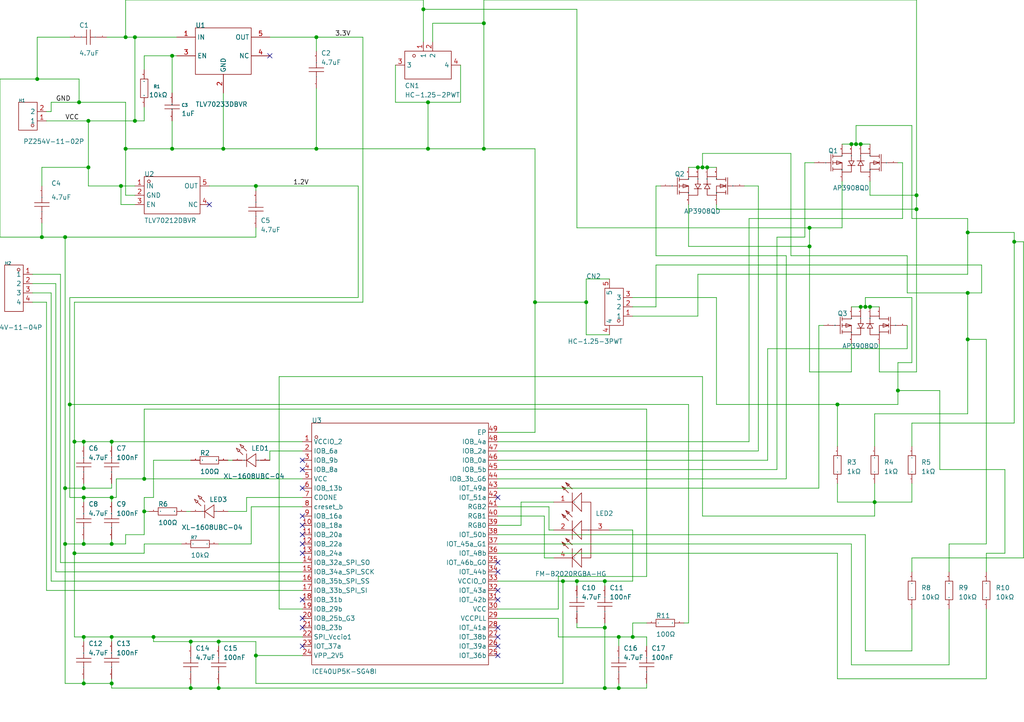
<source format=kicad_sch>
(kicad_sch (version 20250114) (generator "eeschema") (generator_version "9.0")
  (paper "User" 279.552 197.231)
  (lib_symbols
    (symbol "ProPrj_202-easyedapro:0402WGJ0103TCE"
      (property "Reference" "R" (at 0 0 0))
      (symbol "0402WGJ0103TCE_1_0"
        (pin input line (at -5.08 0 0) (length 2.54) (name "1") (number "1"))
        (pin input line (at 5.08 0 180) (length 2.54) (name "2") (number "2"))
      )
    )
    (symbol "ProPrj_202-easyedapro:0603WAF1001T5E"
      (property "Reference" "R" (at 0 0 0))
      (symbol "0603WAF1001T5E_1_0"
        (pin input line (at -5.08 0 0) (length 2.54) (name "1") (number "1"))
        (pin input line (at 5.08 0 180) (length 2.54) (name "2") (number "2"))
      )
    )
    (symbol "ProPrj_202-easyedapro:AP3908QD"
      (property "Reference" "Q" (at 0 0 0))
      (symbol "AP3908QD_1_0"
        (pin unspecified line (at -12.7 0 0) (length 2.54) (name "G") (number "4"))
        (pin unspecified line (at -5.08 5.08 270) (length 2.54) (name "D") (number "5"))
        (pin unspecified line (at -5.08 -5.08 90) (length 2.54) (name "S") (number "3"))
        (pin unspecified line (at -2.54 5.08 270) (length 2.54) (name "D") (number "6"))
        (pin unspecified line (at 0 5.08 270) (length 2.54) (name "D") (number "7"))
        (pin unspecified line (at 2.54 5.08 270) (length 2.54) (name "D") (number "8"))
        (pin unspecified line (at 2.54 -5.08 90) (length 2.54) (name "S") (number "1"))
        (pin unspecified line (at 10.16 0 180) (length 2.54) (name "G") (number "2"))
      )
    )
    (symbol "ProPrj_202-easyedapro:CL05A105KO5NNNC"
      (property "Reference" "C" (at 0 0 0))
      (symbol "CL05A105KO5NNNC_1_0"
        (pin input line (at -3.81 0 0) (length 2.54) (name "1") (number "1"))
        (pin input line (at 3.81 0 180) (length 2.54) (name "2") (number "2"))
      )
    )
    (symbol "ProPrj_202-easyedapro:CL05A475MQ5NRNC_C307423"
      (property "Reference" "C" (at 0 0 0))
      (symbol "CL05A475MQ5NRNC_C307423_1_0"
        (pin unspecified line (at 0 5.08 270) (length 2.54) (name "2") (number "2"))
        (pin unspecified line (at 0 -5.08 90) (length 2.54) (name "1") (number "1"))
      )
    )
    (symbol "ProPrj_202-easyedapro:CL05B104KO5NNNC"
      (property "Reference" "C" (at 0 0 0))
      (symbol "CL05B104KO5NNNC_1_0"
        (pin unspecified line (at -5.08 0 0) (length 2.54) (name "1") (number "1"))
        (pin unspecified line (at 5.08 0 180) (length 2.54) (name "2") (number "2"))
      )
    )
    (symbol "ProPrj_202-easyedapro:FM-B2020RGBA-HG"
      (property "Reference" "LED" (at 0 0 0))
      (symbol "FM-B2020RGBA-HG_1_0"
        (pin unspecified line (at -7.62 0 0) (length 5.08) (name "A") (number "3"))
        (pin unspecified line (at 7.62 7.62 180) (length 5.08) (name "K") (number "1"))
        (pin unspecified line (at 7.62 0 180) (length 5.08) (name "K") (number "2"))
        (pin unspecified line (at 7.62 -7.62 180) (length 5.08) (name "K") (number "4"))
      )
    )
    (symbol "ProPrj_202-easyedapro:HC-1.25-2PWT"
      (property "Reference" "CN" (at 0 0 0))
      (symbol "HC-1.25-2PWT_1_0"
        (pin unspecified line (at -5.08 1.27 0) (length 2.54) (name "2") (number "2"))
        (pin unspecified line (at -5.08 -1.27 0) (length 2.54) (name "1") (number "1"))
        (pin unspecified line (at 1.27 8.89 270) (length 2.54) (name "4") (number "4"))
        (pin unspecified line (at 1.27 -8.89 90) (length 2.54) (name "3") (number "3"))
      )
    )
    (symbol "ProPrj_202-easyedapro:HC-1.25-3PWT"
      (property "Reference" "CN" (at 0 0 0))
      (symbol "HC-1.25-3PWT_1_0"
        (pin unspecified line (at -3.81 2.54 0) (length 2.54) (name "1") (number "1"))
        (pin unspecified line (at -3.81 0 0) (length 2.54) (name "2") (number "2"))
        (pin unspecified line (at -3.81 -2.54 0) (length 2.54) (name "3") (number "3"))
        (pin unspecified line (at 2.54 7.62 270) (length 2.54) (name "4") (number "4"))
        (pin unspecified line (at 2.54 -7.62 90) (length 2.54) (name "5") (number "5"))
      )
    )
    (symbol "ProPrj_202-easyedapro:ICE40UP5K-SG48I"
      (property "Reference" "U" (at 0 0 0))
      (symbol "ICE40UP5K-SG48I_1_0"
        (pin unspecified line (at -26.67 29.21 0) (length 2.54) (name "VCCIO_2") (number "1"))
        (pin unspecified line (at -26.67 26.67 0) (length 2.54) (name "IOB_6a") (number "2"))
        (pin unspecified line (at -26.67 24.13 0) (length 2.54) (name "IOB_9b") (number "3"))
        (pin unspecified line (at -26.67 21.59 0) (length 2.54) (name "IOB_8a") (number "4"))
        (pin unspecified line (at -26.67 19.05 0) (length 2.54) (name "VCC") (number "5"))
        (pin unspecified line (at -26.67 16.51 0) (length 2.54) (name "IOB_13b") (number "6"))
        (pin unspecified line (at -26.67 13.97 0) (length 2.54) (name "CDONE") (number "7"))
        (pin unspecified line (at -26.67 11.43 0) (length 2.54) (name "creset_b") (number "8"))
        (pin unspecified line (at -26.67 8.89 0) (length 2.54) (name "IOB_16a") (number "9"))
        (pin unspecified line (at -26.67 6.35 0) (length 2.54) (name "IOB_18a") (number "10"))
        (pin unspecified line (at -26.67 3.81 0) (length 2.54) (name "IOB_20a") (number "11"))
        (pin unspecified line (at -26.67 1.27 0) (length 2.54) (name "IOB_22a") (number "12"))
        (pin unspecified line (at -26.67 -1.27 0) (length 2.54) (name "IOB_24a") (number "13"))
        (pin unspecified line (at -26.67 -3.81 0) (length 2.54) (name "IOB_32a_SPI_SO") (number "14"))
        (pin unspecified line (at -26.67 -6.35 0) (length 2.54) (name "IOB_34a_SPI_SCK") (number "15"))
        (pin unspecified line (at -26.67 -8.89 0) (length 2.54) (name "IOB_35b_SPI_SS") (number "16"))
        (pin unspecified line (at -26.67 -11.43 0) (length 2.54) (name "IOB_33b_SPI_SI") (number "17"))
        (pin unspecified line (at -26.67 -13.97 0) (length 2.54) (name "IOB_31b") (number "18"))
        (pin unspecified line (at -26.67 -16.51 0) (length 2.54) (name "IOB_29b") (number "19"))
        (pin unspecified line (at -26.67 -19.05 0) (length 2.54) (name "IOB_25b_G3") (number "20"))
        (pin unspecified line (at -26.67 -21.59 0) (length 2.54) (name "IOB_23b") (number "21"))
        (pin unspecified line (at -26.67 -24.13 0) (length 2.54) (name "SPI_Vccio1") (number "22"))
        (pin unspecified line (at -26.67 -26.67 0) (length 2.54) (name "IOT_37a") (number "23"))
        (pin unspecified line (at -26.67 -29.21 0) (length 2.54) (name "VPP_2V5") (number "24"))
        (pin unspecified line (at 26.67 31.75 180) (length 2.54) (name "EP") (number "49"))
        (pin unspecified line (at 26.67 29.21 180) (length 2.54) (name "IOB_4a") (number "48"))
        (pin unspecified line (at 26.67 26.67 180) (length 2.54) (name "IOB_2a") (number "47"))
        (pin unspecified line (at 26.67 24.13 180) (length 2.54) (name "IOB_0a") (number "46"))
        (pin unspecified line (at 26.67 21.59 180) (length 2.54) (name "IOB_5b") (number "45"))
        (pin unspecified line (at 26.67 19.05 180) (length 2.54) (name "IOB_3b_G6") (number "44"))
        (pin unspecified line (at 26.67 16.51 180) (length 2.54) (name "IOT_49a") (number "43"))
        (pin unspecified line (at 26.67 13.97 180) (length 2.54) (name "IOT_51a") (number "42"))
        (pin unspecified line (at 26.67 11.43 180) (length 2.54) (name "RGB2") (number "41"))
        (pin unspecified line (at 26.67 8.89 180) (length 2.54) (name "RGB1") (number "40"))
        (pin unspecified line (at 26.67 6.35 180) (length 2.54) (name "RGB0") (number "39"))
        (pin unspecified line (at 26.67 3.81 180) (length 2.54) (name "IOT_50b") (number "38"))
        (pin unspecified line (at 26.67 1.27 180) (length 2.54) (name "IOT_45a_G1") (number "37"))
        (pin unspecified line (at 26.67 -1.27 180) (length 2.54) (name "IOT_48b") (number "36"))
        (pin unspecified line (at 26.67 -3.81 180) (length 2.54) (name "IOT_46b_G0") (number "35"))
        (pin unspecified line (at 26.67 -6.35 180) (length 2.54) (name "IOT_44b") (number "34"))
        (pin unspecified line (at 26.67 -8.89 180) (length 2.54) (name "VCCIO_0") (number "33"))
        (pin unspecified line (at 26.67 -11.43 180) (length 2.54) (name "IOT_43a") (number "32"))
        (pin unspecified line (at 26.67 -13.97 180) (length 2.54) (name "IOT_42b") (number "31"))
        (pin unspecified line (at 26.67 -16.51 180) (length 2.54) (name "VCC") (number "30"))
        (pin unspecified line (at 26.67 -19.05 180) (length 2.54) (name "VCCPLL") (number "29"))
        (pin unspecified line (at 26.67 -21.59 180) (length 2.54) (name "IOT_41a") (number "28"))
        (pin unspecified line (at 26.67 -24.13 180) (length 2.54) (name "IOT_38b") (number "27"))
        (pin unspecified line (at 26.67 -26.67 180) (length 2.54) (name "IOT_39a") (number "26"))
        (pin unspecified line (at 26.67 -29.21 180) (length 2.54) (name "IOT_36b") (number "25"))
      )
    )
    (symbol "ProPrj_202-easyedapro:PZ254V-11-02P"
      (property "Reference" "H" (at 0 0 0))
      (symbol "PZ254V-11-02P_1_0"
        (pin input line (at -5.08 1.27 0) (length 2.54) (name "1") (number "1"))
        (pin input line (at -5.08 -1.27 0) (length 2.54) (name "2") (number "2"))
      )
    )
    (symbol "ProPrj_202-easyedapro:PZ254V-11-04P_C2691448"
      (property "Reference" "H" (at 0 0 0))
      (symbol "PZ254V-11-04P_C2691448_1_0"
        (pin input line (at -5.08 3.81 0) (length 2.54) (name "1") (number "1"))
        (pin input line (at -5.08 1.27 0) (length 2.54) (name "2") (number "2"))
        (pin input line (at -5.08 -1.27 0) (length 2.54) (name "3") (number "3"))
        (pin input line (at -5.08 -3.81 0) (length 2.54) (name "4") (number "4"))
      )
    )
    (symbol "ProPrj_202-easyedapro:RC0402FR-07100RL"
      (property "Reference" "R" (at 0 0 0))
      (symbol "RC0402FR-07100RL_1_0"
        (pin input line (at -5.08 0 0) (length 2.54) (name "1") (number "1"))
        (pin input line (at 5.08 0 180) (length 2.54) (name "2") (number "2"))
      )
    )
    (symbol "ProPrj_202-easyedapro:RC0603FR-0710KL"
      (property "Reference" "R" (at 0 0 0))
      (symbol "RC0603FR-0710KL_1_0"
        (pin input line (at -5.08 0 0) (length 2.54) (name "1") (number "1"))
        (pin input line (at 5.08 0 180) (length 2.54) (name "2") (number "2"))
      )
    )
    (symbol "ProPrj_202-easyedapro:TLV70212DBVR"
      (property "Reference" "U" (at 0 0 0))
      (symbol "TLV70212DBVR_1_0"
        (pin unspecified line (at -10.16 2.54 0) (length 2.54) (name "IN") (number "1"))
        (pin unspecified line (at -10.16 0 0) (length 2.54) (name "GND") (number "2"))
        (pin unspecified line (at -10.16 -2.54 0) (length 2.54) (name "EN") (number "3"))
        (pin unspecified line (at 10.16 2.54 180) (length 2.54) (name "OUT") (number "5"))
        (pin unspecified line (at 10.16 -2.54 180) (length 2.54) (name "NC") (number "4"))
      )
    )
    (symbol "ProPrj_202-easyedapro:TLV70233DBVR"
      (property "Reference" "U" (at 0 0 0))
      (symbol "TLV70233DBVR_1_0"
        (pin unspecified line (at -12.7 6.35 0) (length 5.08) (name "IN") (number "1"))
        (pin unspecified line (at -12.7 1.27 0) (length 5.08) (name "EN") (number "3"))
        (pin unspecified line (at 0 -8.89 90) (length 5.08) (name "GND") (number "2"))
        (pin unspecified line (at 12.7 6.35 180) (length 5.08) (name "OUT") (number "5"))
        (pin unspecified line (at 12.7 1.27 180) (length 5.08) (name "NC") (number "4"))
      )
    )
    (symbol "ProPrj_202-easyedapro:XL-1608UBC-04"
      (property "Reference" "LED" (at 0 0 0))
      (symbol "XL-1608UBC-04_1_0"
        (pin unspecified line (at -5.08 0 0) (length 2.54) (name "K") (number "1"))
        (pin unspecified line (at 5.08 0 180) (length 2.54) (name "A") (number "2"))
      )
    )
  )
  (junction (at 86.36 40.64))
  (junction (at 11.43 64.77))
  (junction (at 19.05 110.49))
  (junction (at 60.96 40.64))
  (junction (at 245.11 106.68))
  (junction (at 34.29 40.64))
  (junction (at 172.72 173.99))
  (junction (at 234.95 83.82))
  (junction (at 69.85 50.8))
  (junction (at 228.6 110.49))
  (junction (at 116.84 27.94))
  (junction (at 39.37 139.7))
  (junction (at 264.16 80.01))
  (junction (at 237.49 83.82))
  (junction (at 17.78 133.35))
  (junction (at 41.91 173.99))
  (junction (at 276.86 66.04))
  (junction (at 234.95 39.37))
  (junction (at 17.78 64.77))
  (junction (at 30.48 120.65))
  (junction (at 22.86 133.35))
  (junction (at 220.98 62.23))
  (junction (at 24.13 45.72))
  (junction (at 30.48 148.59))
  (junction (at 116.84 40.64))
  (junction (at 264.16 63.5))
  (junction (at 22.86 186.69))
  (junction (at 190.5 45.72))
  (junction (at 168.91 187.96))
  (junction (at 238.76 137.16))
  (junction (at 46.99 15.24))
  (junction (at 20.32 151.13))
  (junction (at 191.77 45.72))
  (junction (at 168.91 173.99))
  (junction (at 220.98 67.31))
  (junction (at 153.67 158.75))
  (junction (at 30.48 186.69))
  (junction (at 30.48 135.89))
  (junction (at 24.13 33.02))
  (junction (at 33.02 50.8))
  (junction (at 236.22 83.82))
  (junction (at 46.99 40.64))
  (junction (at 165.1 158.75))
  (junction (at 22.86 135.89))
  (junction (at 22.86 148.59))
  (junction (at 59.69 187.96))
  (junction (at 165.1 187.96))
  (junction (at 233.68 39.37))
  (junction (at 146.05 82.55))
  (junction (at 250.19 53.34))
  (junction (at 86.36 10.16))
  (junction (at 193.04 45.72))
  (junction (at 30.48 173.99))
  (junction (at 59.69 175.26))
  (junction (at 52.07 187.96))
  (junction (at 132.08 40.64))
  (junction (at 264.16 92.71))
  (junction (at 157.48 158.75))
  (junction (at 21.59 27.94))
  (junction (at 36.83 10.16))
  (junction (at 69.85 179.07))
  (junction (at 39.37 130.81))
  (junction (at 160.02 82.55))
  (junction (at 232.41 39.37))
  (junction (at 165.1 171.45))
  (junction (at 10.16 21.59))
  (junction (at 52.07 175.26))
  (junction (at 34.29 10.16))
  (junction (at 22.86 173.99))
  (junction (at 115.57 2.54))
  (junction (at 17.78 148.59))
  (junction (at 36.83 33.02))
  (junction (at 132.08 6.35))
  (junction (at 22.86 120.65))
  (junction (at 20.32 120.65))
  (junction (at 250.19 57.15))
  (no_connect (at 82.55 146.05))
  (no_connect (at 73.66 15.24))
  (no_connect (at 135.89 171.45))
  (no_connect (at 82.55 128.27))
  (no_connect (at 135.89 153.67))
  (no_connect (at 135.89 156.21))
  (no_connect (at 82.55 125.73))
  (no_connect (at 82.55 168.91))
  (no_connect (at 82.55 171.45))
  (no_connect (at 135.89 173.99))
  (no_connect (at 135.89 163.83))
  (no_connect (at 135.89 135.89))
  (no_connect (at 82.55 143.51))
  (no_connect (at 57.15 55.88))
  (no_connect (at 135.89 161.29))
  (no_connect (at 82.55 151.13))
  (no_connect (at 82.55 163.83))
  (no_connect (at 82.55 133.35))
  (no_connect (at 82.55 176.53))
  (no_connect (at 135.89 176.53))
  (no_connect (at 82.55 140.97))
  (no_connect (at 135.89 179.07))
  (no_connect (at 82.55 148.59))
  (wire (pts (xy 20.32 120.65) (xy 20.32 82.55)))
  (wire (pts (xy 176.53 157.48) (xy 152.4 157.48)))
  (wire (pts (xy 234.95 39.37) (xy 233.68 39.37)))
  (wire (pts (xy 190.5 74.93) (xy 264.16 74.93)))
  (wire (pts (xy 204.47 59.69) (xy 246.38 59.69)))
  (wire (pts (xy 250.19 57.15) (xy 250.19 53.34)))
  (wire (pts (xy 30.48 187.96) (xy 30.48 186.69)))
  (wire (pts (xy 40.64 139.7) (xy 39.37 139.7)))
  (wire (pts (xy 82.55 156.21) (xy 15.24 156.21)))
  (wire (pts (xy 238.76 137.16) (xy 248.92 137.16)))
  (wire (pts (xy 41.91 173.99) (xy 82.55 173.99)))
  (wire (pts (xy 118.11 6.35) (xy 132.08 6.35)))
  (wire (pts (xy 146.05 82.55) (xy 146.05 40.64)))
  (wire (pts (xy 82.55 123.19) (xy 73.66 123.19)))
  (wire (pts (xy 59.69 186.69) (xy 59.69 187.96)))
  (wire (pts (xy 30.48 135.89) (xy 31.75 135.89)))
  (wire (pts (xy 16.51 153.67) (xy 16.51 74.93)))
  (wire (pts (xy 149.86 144.78) (xy 149.86 138.43)))
  (wire (pts (xy 168.91 173.99) (xy 172.72 173.99)))
  (wire (pts (xy 264.16 74.93) (xy 264.16 63.5)))
  (wire (pts (xy 228.6 151.13) (xy 228.6 185.42)))
  (wire (pts (xy 30.48 120.65) (xy 30.48 121.92)))
  (wire (pts (xy 13.97 27.94) (xy 13.97 30.48)))
  (wire (pts (xy 33.02 55.88) (xy 33.02 50.8)))
  (wire (pts (xy 60.96 40.64) (xy 60.96 25.4)))
  (wire (pts (xy 276.86 115.57) (xy 248.92 115.57)))
  (wire (pts (xy 49.53 148.59) (xy 39.37 148.59)))
  (wire (pts (xy 274.32 151.13) (xy 269.24 151.13)))
  (wire (pts (xy 19.05 10.16) (xy 10.16 10.16)))
  (wire (pts (xy 250.19 0) (xy 132.08 0)))
  (wire (pts (xy 76.2 102.87) (xy 191.77 102.87)))
  (wire (pts (xy 153.67 158.75) (xy 157.48 158.75)))
  (wire (pts (xy 190.5 86.36) (xy 190.5 74.93)))
  (wire (pts (xy 276.86 115.57) (xy 276.86 66.04)))
  (wire (pts (xy 15.24 156.21) (xy 15.24 77.47)))
  (wire (pts (xy 30.48 132.08) (xy 30.48 133.35)))
  (wire (pts (xy 10.16 21.59) (xy 0 21.59)))
  (wire (pts (xy 39.37 148.59) (xy 39.37 151.13)))
  (wire (pts (xy 220.98 67.31) (xy 220.98 101.6)))
  (wire (pts (xy 36.83 10.16) (xy 36.83 33.02)))
  (wire (pts (xy 157.48 171.45) (xy 157.48 170.18)))
  (wire (pts (xy 115.57 2.54) (xy 157.48 2.54)))
  (wire (pts (xy 142.24 137.16) (xy 142.24 143.51)))
  (wire (pts (xy 52.07 187.96) (xy 52.07 186.69)))
  (wire (pts (xy 52.07 187.96) (xy 30.48 187.96)))
  (wire (pts (xy 176.53 111.76) (xy 176.53 157.48)))
  (wire (pts (xy 24.13 33.02) (xy 12.7 33.02)))
  (wire (pts (xy 34.29 10.16) (xy 34.29 0)))
  (wire (pts (xy 245.11 44.45) (xy 246.38 44.45)))
  (wire (pts (xy 160.02 82.55) (xy 160.02 76.2)))
  (wire (pts (xy 22.86 132.08) (xy 22.86 133.35)))
  (wire (pts (xy 238.76 140.97) (xy 191.77 140.97)))
  (wire (pts (xy 17.78 133.35) (xy 17.78 64.77)))
  (wire (pts (xy 247.65 88.9) (xy 247.65 95.25)))
  (wire (pts (xy 238.76 132.08) (xy 238.76 137.16)))
  (wire (pts (xy 60.96 40.64) (xy 46.99 40.64)))
  (wire (pts (xy 245.11 110.49) (xy 245.11 106.68)))
  (wire (pts (xy 82.55 135.89) (xy 67.31 135.89)))
  (wire (pts (xy 97.79 50.8) (xy 97.79 81.28)))
  (wire (pts (xy 22.86 120.65) (xy 22.86 121.92)))
  (wire (pts (xy 269.24 92.71) (xy 264.16 92.71)))
  (wire (pts (xy 46.99 40.64) (xy 46.99 33.02)))
  (wire (pts (xy 13.97 27.94) (xy 21.59 27.94)))
  (wire (pts (xy 39.37 135.89) (xy 39.37 139.7)))
  (wire (pts (xy 135.89 146.05) (xy 236.22 146.05)))
  (wire (pts (xy 34.29 40.64) (xy 46.99 40.64)))
  (wire (pts (xy 165.1 187.96) (xy 168.91 187.96)))
  (wire (pts (xy 39.37 146.05) (xy 34.29 146.05)))
  (wire (pts (xy 34.29 146.05) (xy 34.29 148.59)))
  (wire (pts (xy 0 64.77) (xy 11.43 64.77)))
  (wire (pts (xy 195.58 55.88) (xy 195.58 57.15)))
  (wire (pts (xy 76.2 166.37) (xy 82.55 166.37)))
  (wire (pts (xy 264.16 113.03) (xy 238.76 113.03)))
  (wire (pts (xy 11.43 60.96) (xy 11.43 64.77)))
  (wire (pts (xy 250.19 101.6) (xy 240.03 101.6)))
  (wire (pts (xy 248.92 115.57) (xy 248.92 121.92)))
  (wire (pts (xy 39.37 130.81) (xy 82.55 130.81)))
  (wire (pts (xy 215.9 69.85) (xy 215.9 41.91)))
  (wire (pts (xy 165.1 187.96) (xy 59.69 187.96)))
  (wire (pts (xy 36.83 33.02) (xy 39.37 33.02)))
  (wire (pts (xy 22.86 186.69) (xy 30.48 186.69)))
  (wire (pts (xy 214.63 130.81) (xy 135.89 130.81)))
  (wire (pts (xy 41.91 173.99) (xy 30.48 173.99)))
  (wire (pts (xy 237.49 39.37) (xy 234.95 39.37)))
  (wire (pts (xy 39.37 130.81) (xy 31.75 130.81)))
  (wire (pts (xy 73.66 123.19) (xy 73.66 125.73)))
  (wire (pts (xy 69.85 50.8) (xy 57.15 50.8)))
  (wire (pts (xy 148.59 152.4) (xy 148.59 140.97)))
  (wire (pts (xy 20.32 151.13) (xy 39.37 151.13)))
  (wire (pts (xy 52.07 175.26) (xy 41.91 175.26)))
  (wire (pts (xy 17.78 148.59) (xy 17.78 133.35)))
  (wire (pts (xy 165.1 171.45) (xy 165.1 187.96)))
  (wire (pts (xy 16.51 74.93) (xy 8.89 74.93)))
  (wire (pts (xy 195.58 45.72) (xy 193.04 45.72)))
  (wire (pts (xy 59.69 175.26) (xy 52.07 175.26)))
  (wire (pts (xy 19.05 110.49) (xy 19.05 81.28)))
  (wire (pts (xy 132.08 40.64) (xy 116.84 40.64)))
  (wire (pts (xy 264.16 59.69) (xy 264.16 63.5)))
  (wire (pts (xy 248.92 59.69) (xy 248.92 34.29)))
  (wire (pts (xy 115.57 0) (xy 115.57 2.54)))
  (wire (pts (xy 195.58 57.15) (xy 250.19 57.15)))
  (wire (pts (xy 82.55 138.43) (xy 68.58 138.43)))
  (wire (pts (xy 152.4 168.91) (xy 135.89 168.91)))
  (wire (pts (xy 36.83 33.02) (xy 24.13 33.02)))
  (wire (pts (xy 172.72 173.99) (xy 176.53 173.99)))
  (wire (pts (xy 99.06 10.16) (xy 99.06 82.55)))
  (wire (pts (xy 86.36 10.16) (xy 99.06 10.16)))
  (wire (pts (xy 269.24 166.37) (xy 269.24 185.42)))
  (wire (pts (xy 187.96 170.18) (xy 186.69 170.18)))
  (wire (pts (xy 39.37 139.7) (xy 39.37 146.05)))
  (wire (pts (xy 30.48 186.69) (xy 30.48 185.42)))
  (wire (pts (xy 62.23 139.7) (xy 67.31 139.7)))
  (wire (pts (xy 165.1 171.45) (xy 157.48 171.45)))
  (wire (pts (xy 135.89 128.27) (xy 212.09 128.27)))
  (wire (pts (xy 267.97 72.39) (xy 267.97 80.01)))
  (wire (pts (xy 274.32 128.27) (xy 274.32 151.13)))
  (wire (pts (xy 250.19 53.34) (xy 250.19 0)))
  (wire (pts (xy 256.54 106.68) (xy 256.54 128.27)))
  (wire (pts (xy 146.05 118.11) (xy 135.89 118.11)))
  (wire (pts (xy 207.01 123.19) (xy 207.01 50.8)))
  (wire (pts (xy 248.92 99.06) (xy 248.92 81.28)))
  (wire (pts (xy 168.91 173.99) (xy 152.4 173.99)))
  (wire (pts (xy 30.48 173.99) (xy 22.86 173.99)))
  (wire (pts (xy 233.68 34.29) (xy 233.68 39.37)))
  (wire (pts (xy 20.32 120.65) (xy 22.86 120.65)))
  (wire (pts (xy 46.99 15.24) (xy 39.37 15.24)))
  (wire (pts (xy 259.08 148.59) (xy 269.24 148.59)))
  (wire (pts (xy 157.48 160.02) (xy 157.48 158.75)))
  (wire (pts (xy 22.86 173.99) (xy 20.32 173.99)))
  (wire (pts (xy 238.76 140.97) (xy 238.76 137.16)))
  (wire (pts (xy 21.59 27.94) (xy 34.29 27.94)))
  (wire (pts (xy 30.48 120.65) (xy 82.55 120.65)))
  (wire (pts (xy 107.95 17.78) (xy 107.95 27.94)))
  (wire (pts (xy 22.86 173.99) (xy 22.86 175.26)))
  (wire (pts (xy 148.59 152.4) (xy 151.13 152.4)))
  (wire (pts (xy 125.73 27.94) (xy 125.73 17.78)))
  (wire (pts (xy 22.86 120.65) (xy 30.48 120.65)))
  (wire (pts (xy 191.77 102.87) (xy 191.77 140.97)))
  (wire (pts (xy 220.98 67.31) (xy 220.98 62.23)))
  (wire (pts (xy 19.05 110.49) (xy 19.05 135.89)))
  (wire (pts (xy 20.32 82.55) (xy 99.06 82.55)))
  (wire (pts (xy 146.05 40.64) (xy 132.08 40.64)))
  (wire (pts (xy 236.22 81.28) (xy 236.22 83.82)))
  (wire (pts (xy 228.6 137.16) (xy 228.6 132.08)))
  (wire (pts (xy 135.89 123.19) (xy 207.01 123.19)))
  (wire (pts (xy 229.87 62.23) (xy 229.87 49.53)))
  (wire (pts (xy 22.86 186.69) (xy 22.86 185.42)))
  (wire (pts (xy 222.25 44.45) (xy 219.71 44.45)))
  (wire (pts (xy 279.4 152.4) (xy 279.4 66.04)))
  (wire (pts (xy 248.92 156.21) (xy 248.92 152.4)))
  (wire (pts (xy 135.89 133.35) (xy 223.52 133.35)))
  (wire (pts (xy 59.69 148.59) (xy 68.58 148.59)))
  (wire (pts (xy 176.53 186.69) (xy 176.53 187.96)))
  (wire (pts (xy 30.48 137.16) (xy 30.48 135.89)))
  (wire (pts (xy 30.48 147.32) (xy 30.48 148.59)))
  (wire (pts (xy 22.86 133.35) (xy 17.78 133.35)))
  (wire (pts (xy 165.1 170.18) (xy 165.1 171.45)))
  (wire (pts (xy 187.96 45.72) (xy 190.5 45.72)))
  (wire (pts (xy 248.92 137.16) (xy 248.92 132.08)))
  (wire (pts (xy 24.13 45.72) (xy 24.13 50.8)))
  (wire (pts (xy 135.89 125.73) (xy 209.55 125.73)))
  (wire (pts (xy 82.55 179.07) (xy 69.85 179.07)))
  (wire (pts (xy 29.21 10.16) (xy 34.29 10.16)))
  (wire (pts (xy 41.91 135.89) (xy 39.37 135.89)))
  (wire (pts (xy 82.55 161.29) (xy 12.7 161.29)))
  (wire (pts (xy 195.58 81.28) (xy 172.72 81.28)))
  (wire (pts (xy 41.91 125.73) (xy 41.91 135.89)))
  (wire (pts (xy 17.78 186.69) (xy 22.86 186.69)))
  (wire (pts (xy 180.34 50.8) (xy 179.07 50.8)))
  (wire (pts (xy 157.48 2.54) (xy 157.48 62.23)))
  (wire (pts (xy 166.37 76.2) (xy 160.02 76.2)))
  (wire (pts (xy 69.85 62.23) (xy 69.85 64.77)))
  (wire (pts (xy 30.48 173.99) (xy 30.48 175.26)))
  (wire (pts (xy 264.16 59.69) (xy 248.92 59.69)))
  (wire (pts (xy 187.96 67.31) (xy 220.98 67.31)))
  (wire (pts (xy 46.99 15.24) (xy 48.26 15.24)))
  (wire (pts (xy 146.05 82.55) (xy 160.02 82.55)))
  (wire (pts (xy 132.08 0) (xy 132.08 6.35)))
  (wire (pts (xy 59.69 187.96) (xy 52.07 187.96)))
  (wire (pts (xy 245.11 110.49) (xy 228.6 110.49)))
  (wire (pts (xy 39.37 130.81) (xy 39.37 111.76)))
  (wire (pts (xy 172.72 86.36) (xy 190.5 86.36)))
  (wire (pts (xy 203.2 50.8) (xy 207.01 50.8)))
  (wire (pts (xy 60.96 40.64) (xy 86.36 40.64)))
  (wire (pts (xy 264.16 113.03) (xy 264.16 92.71)))
  (wire (pts (xy 13.97 30.48) (xy 12.7 30.48)))
  (wire (pts (xy 24.13 33.02) (xy 24.13 45.72)))
  (wire (pts (xy 152.4 173.99) (xy 152.4 168.91)))
  (wire (pts (xy 191.77 41.91) (xy 191.77 45.72)))
  (wire (pts (xy 232.41 181.61) (xy 259.08 181.61)))
  (wire (pts (xy 248.92 152.4) (xy 279.4 152.4)))
  (wire (pts (xy 232.41 83.82) (xy 234.95 83.82)))
  (wire (pts (xy 76.2 166.37) (xy 76.2 102.87)))
  (wire (pts (xy 69.85 175.26) (xy 59.69 175.26)))
  (wire (pts (xy 247.65 69.85) (xy 215.9 69.85)))
  (wire (pts (xy 34.29 27.94) (xy 34.29 40.64)))
  (wire (pts (xy 238.76 113.03) (xy 238.76 121.92)))
  (wire (pts (xy 250.19 101.6) (xy 250.19 57.15)))
  (wire (pts (xy 86.36 10.16) (xy 86.36 13.97)))
  (wire (pts (xy 13.97 158.75) (xy 13.97 80.01)))
  (wire (pts (xy 172.72 170.18) (xy 172.72 173.99)))
  (wire (pts (xy 132.08 6.35) (xy 132.08 40.64)))
  (wire (pts (xy 97.79 81.28) (xy 19.05 81.28)))
  (wire (pts (xy 10.16 10.16) (xy 10.16 21.59)))
  (wire (pts (xy 228.6 121.92) (xy 228.6 110.49)))
  (wire (pts (xy 240.03 93.98) (xy 240.03 101.6)))
  (wire (pts (xy 204.47 120.65) (xy 204.47 59.69)))
  (wire (pts (xy 118.11 11.43) (xy 118.11 6.35)))
  (wire (pts (xy 11.43 50.8) (xy 11.43 45.72)))
  (wire (pts (xy 22.86 133.35) (xy 30.48 133.35)))
  (wire (pts (xy 168.91 176.53) (xy 168.91 173.99)))
  (wire (pts (xy 190.5 45.72) (xy 191.77 45.72)))
  (wire (pts (xy 17.78 148.59) (xy 17.78 186.69)))
  (wire (pts (xy 279.4 66.04) (xy 276.86 66.04)))
  (wire (pts (xy 135.89 148.59) (xy 232.41 148.59)))
  (wire (pts (xy 33.02 50.8) (xy 36.83 50.8)))
  (wire (pts (xy 237.49 83.82) (xy 236.22 83.82)))
  (wire (pts (xy 22.86 135.89) (xy 30.48 135.89)))
  (wire (pts (xy 52.07 175.26) (xy 52.07 176.53)))
  (wire (pts (xy 179.07 69.85) (xy 214.63 69.85)))
  (wire (pts (xy 10.16 21.59) (xy 21.59 21.59)))
  (wire (pts (xy 237.49 53.34) (xy 250.19 53.34)))
  (wire (pts (xy 248.92 177.8) (xy 248.92 166.37)))
  (wire (pts (xy 228.6 185.42) (xy 269.24 185.42)))
  (wire (pts (xy 212.09 64.77) (xy 219.71 64.77)))
  (wire (pts (xy 115.57 11.43) (xy 115.57 2.54)))
  (wire (pts (xy 245.11 99.06) (xy 248.92 99.06)))
  (wire (pts (xy 232.41 39.37) (xy 233.68 39.37)))
  (wire (pts (xy 39.37 33.02) (xy 39.37 29.21)))
  (wire (pts (xy 157.48 62.23) (xy 220.98 62.23)))
  (wire (pts (xy 39.37 15.24) (xy 39.37 19.05)))
  (wire (pts (xy 21.59 27.94) (xy 21.59 21.59)))
  (wire (pts (xy 116.84 27.94) (xy 107.95 27.94)))
  (wire (pts (xy 149.86 138.43) (xy 135.89 138.43)))
  (wire (pts (xy 67.31 139.7) (xy 67.31 135.89)))
  (wire (pts (xy 31.75 135.89) (xy 31.75 130.81)))
  (wire (pts (xy 13.97 80.01) (xy 8.89 80.01)))
  (wire (pts (xy 62.23 125.73) (xy 63.5 125.73)))
  (wire (pts (xy 259.08 166.37) (xy 259.08 181.61)))
  (wire (pts (xy 247.65 69.85) (xy 247.65 80.01)))
  (wire (pts (xy 50.8 139.7) (xy 52.07 139.7)))
  (wire (pts (xy 187.96 170.18) (xy 187.96 110.49)))
  (wire (pts (xy 179.07 72.39) (xy 267.97 72.39)))
  (wire (pts (xy 246.38 44.45) (xy 246.38 59.69)))
  (wire (pts (xy 19.05 110.49) (xy 187.96 110.49)))
  (wire (pts (xy 187.96 55.88) (xy 187.96 67.31)))
  (wire (pts (xy 160.02 82.55) (xy 160.02 91.44)))
  (wire (pts (xy 22.86 148.59) (xy 30.48 148.59)))
  (wire (pts (xy 176.53 111.76) (xy 39.37 111.76)))
  (wire (pts (xy 8.89 82.55) (xy 12.7 82.55)))
  (wire (pts (xy 152.4 157.48) (xy 152.4 166.37)))
  (wire (pts (xy 22.86 135.89) (xy 19.05 135.89)))
  (wire (pts (xy 82.55 153.67) (xy 16.51 153.67)))
  (wire (pts (xy 41.91 175.26) (xy 41.91 173.99)))
  (wire (pts (xy 34.29 148.59) (xy 30.48 148.59)))
  (wire (pts (xy 0 21.59) (xy 0 64.77)))
  (wire (pts (xy 264.16 63.5) (xy 276.86 63.5)))
  (wire (pts (xy 135.89 166.37) (xy 152.4 166.37)))
  (wire (pts (xy 172.72 83.82) (xy 179.07 83.82)))
  (wire (pts (xy 264.16 80.01) (xy 264.16 92.71)))
  (wire (pts (xy 229.87 39.37) (xy 232.41 39.37)))
  (wire (pts (xy 165.1 158.75) (xy 157.48 158.75)))
  (wire (pts (xy 82.55 158.75) (xy 13.97 158.75)))
  (wire (pts (xy 176.53 173.99) (xy 176.53 176.53)))
  (wire (pts (xy 179.07 83.82) (xy 179.07 72.39)))
  (wire (pts (xy 172.72 158.75) (xy 165.1 158.75)))
  (wire (pts (xy 247.65 80.01) (xy 264.16 80.01)))
  (wire (pts (xy 215.9 41.91) (xy 191.77 41.91)))
  (wire (pts (xy 228.6 151.13) (xy 135.89 151.13)))
  (wire (pts (xy 12.7 161.29) (xy 12.7 82.55)))
  (wire (pts (xy 17.78 148.59) (xy 22.86 148.59)))
  (wire (pts (xy 267.97 80.01) (xy 264.16 80.01)))
  (wire (pts (xy 168.91 187.96) (xy 168.91 186.69)))
  (wire (pts (xy 149.86 144.78) (xy 151.13 144.78)))
  (wire (pts (xy 116.84 40.64) (xy 86.36 40.64)))
  (wire (pts (xy 240.03 83.82) (xy 237.49 83.82)))
  (wire (pts (xy 36.83 10.16) (xy 48.26 10.16)))
  (wire (pts (xy 165.1 158.75) (xy 165.1 160.02)))
  (wire (pts (xy 236.22 177.8) (xy 248.92 177.8)))
  (wire (pts (xy 166.37 144.78) (xy 172.72 144.78)))
  (wire (pts (xy 17.78 64.77) (xy 11.43 64.77)))
  (wire (pts (xy 232.41 148.59) (xy 232.41 181.61)))
  (wire (pts (xy 193.04 45.72) (xy 191.77 45.72)))
  (wire (pts (xy 22.86 147.32) (xy 22.86 148.59)))
  (wire (pts (xy 179.07 50.8) (xy 179.07 69.85)))
  (wire (pts (xy 46.99 15.24) (xy 46.99 25.4)))
  (wire (pts (xy 69.85 179.07) (xy 69.85 186.69)))
  (wire (pts (xy 220.98 62.23) (xy 229.87 62.23)))
  (wire (pts (xy 69.85 52.07) (xy 69.85 50.8)))
  (wire (pts (xy 36.83 10.16) (xy 34.29 10.16)))
  (wire (pts (xy 212.09 128.27) (xy 212.09 64.77)))
  (wire (pts (xy 248.92 81.28) (xy 236.22 81.28)))
  (wire (pts (xy 34.29 53.34) (xy 34.29 40.64)))
  (wire (pts (xy 209.55 95.25) (xy 247.65 95.25)))
  (wire (pts (xy 86.36 24.13) (xy 86.36 40.64)))
  (wire (pts (xy 245.11 99.06) (xy 245.11 106.68)))
  (wire (pts (xy 236.22 146.05) (xy 236.22 177.8)))
  (wire (pts (xy 237.49 53.34) (xy 237.49 49.53)))
  (wire (pts (xy 116.84 27.94) (xy 125.73 27.94)))
  (wire (pts (xy 224.79 88.9) (xy 223.52 88.9)))
  (wire (pts (xy 24.13 50.8) (xy 33.02 50.8)))
  (wire (pts (xy 160.02 91.44) (xy 166.37 91.44)))
  (wire (pts (xy 41.91 125.73) (xy 52.07 125.73)))
  (wire (pts (xy 69.85 186.69) (xy 153.67 186.69)))
  (wire (pts (xy 34.29 53.34) (xy 36.83 53.34)))
  (wire (pts (xy 59.69 175.26) (xy 59.69 176.53)))
  (wire (pts (xy 256.54 128.27) (xy 274.32 128.27)))
  (wire (pts (xy 232.41 93.98) (xy 232.41 101.6)))
  (wire (pts (xy 20.32 151.13) (xy 20.32 173.99)))
  (wire (pts (xy 116.84 40.64) (xy 116.84 27.94)))
  (wire (pts (xy 135.89 140.97) (xy 148.59 140.97)))
  (wire (pts (xy 153.67 186.69) (xy 153.67 158.75)))
  (wire (pts (xy 142.24 137.16) (xy 151.13 137.16)))
  (wire (pts (xy 223.52 88.9) (xy 223.52 133.35)))
  (wire (pts (xy 115.57 0) (xy 34.29 0)))
  (wire (pts (xy 245.11 106.68) (xy 256.54 106.68)))
  (wire (pts (xy 146.05 82.55) (xy 146.05 118.11)))
  (wire (pts (xy 269.24 151.13) (xy 269.24 156.21)))
  (wire (pts (xy 269.24 148.59) (xy 269.24 92.71)))
  (wire (pts (xy 248.92 34.29) (xy 233.68 34.29)))
  (wire (pts (xy 176.53 187.96) (xy 168.91 187.96)))
  (wire (pts (xy 234.95 83.82) (xy 236.22 83.82)))
  (wire (pts (xy 86.36 10.16) (xy 73.66 10.16)))
  (wire (pts (xy 276.86 63.5) (xy 276.86 66.04)))
  (wire (pts (xy 238.76 137.16) (xy 228.6 137.16)))
  (wire (pts (xy 22.86 137.16) (xy 22.86 135.89)))
  (wire (pts (xy 68.58 148.59) (xy 68.58 138.43)))
  (wire (pts (xy 135.89 120.65) (xy 204.47 120.65)))
  (wire (pts (xy 195.58 110.49) (xy 195.58 81.28)))
  (wire (pts (xy 172.72 144.78) (xy 172.72 158.75)))
  (wire (pts (xy 97.79 50.8) (xy 69.85 50.8)))
  (wire (pts (xy 69.85 179.07) (xy 69.85 175.26)))
  (wire (pts (xy 209.55 125.73) (xy 209.55 95.25)))
  (wire (pts (xy 33.02 55.88) (xy 36.83 55.88)))
  (wire (pts (xy 20.32 151.13) (xy 20.32 120.65)))
  (wire (pts (xy 219.71 44.45) (xy 219.71 64.77)))
  (wire (pts (xy 15.24 77.47) (xy 8.89 77.47)))
  (wire (pts (xy 24.13 45.72) (xy 11.43 45.72)))
  (wire (pts (xy 142.24 143.51) (xy 135.89 143.51)))
  (wire (pts (xy 69.85 64.77) (xy 17.78 64.77)))
  (wire (pts (xy 220.98 101.6) (xy 232.41 101.6)))
  (wire (pts (xy 214.63 130.81) (xy 214.63 69.85)))
  (wire (pts (xy 195.58 110.49) (xy 228.6 110.49)))
  (wire (pts (xy 176.53 170.18) (xy 172.72 170.18)))
  (wire (pts (xy 259.08 156.21) (xy 259.08 148.59)))
  (wire (pts (xy 153.67 158.75) (xy 135.89 158.75)))
  (label "VCC" (at 17.78 33.02 0))
  (label "1.2V" (at 80.01 50.8 0))
  (label "GND" (at 15.24 27.94 0))
  (label "3.3V" (at 91.44 10.16 0))
  (symbol (lib_id "ProPrj_202-easyedapro:CL05B104KO5NNNC") (at 176.53 181.61 90) (unit 1)
    (property "Reference" "C17" (at 177.8 177.8 90) (effects (justify right top)))
    (property "Value" "100nF" (at 177.8 180.34 90) (effects (justify right top)))
    (property "Footprint" "ProPrj_202-easyedapro:C0402" (effects (hide yes)))
    (property "Datasheet" "https://atta.szlcsc.com/upload/public/pdf/source/20160218/1457707763339.pdf" (effects (hide yes)))
    (property "Description" "Capacitance: Tolerance:±10% Tolerance:±10% Voltage Rated: Temperature Coefficient:" (effects (hide yes)))
    (property "Manufacturer Part" "CL05B104KO5NNNC" (effects (hide yes)))
    (property "Manufacturer" "SAMSUNG(三星)" (effects (hide yes)))
    (property "Supplier Part" "C1525" (effects (hide yes)))
    (property "Supplier" "LCSC" (effects (hide yes)))
    (property "LCSC Part Name" "100nF ±10% 16V" (effects (hide yes)))
  )
  (symbol (lib_id "ProPrj_202-easyedapro:CL05A475MQ5NRNC_C307423") (at 22.86 180.34 0) (unit 1)
    (property "Reference" "C12" (at 24.13 176.53 0) (effects (justify left bottom)))
    (property "Value" "4.7uF" (at 24.13 179.07 0) (effects (justify left bottom)))
    (property "Footprint" "ProPrj_202-easyedapro:C0402" (effects (hide yes)))
    (property "Datasheet" "https://atta.szlcsc.com/upload/public/pdf/source/20181010/C307423_0E0C4E35F3A09F81C2E5C84E00499E42.pdf" (effects (hide yes)))
    (property "Description" "Capacitance: Tolerance:±20% Tolerance:±20% Voltage Rated: Temperature Coefficient:" (effects (hide yes)))
    (property "Manufacturer Part" "CL05A475MQ5NRNC" (effects (hide yes)))
    (property "Manufacturer" "SAMSUNG(三星)" (effects (hide yes)))
    (property "Supplier Part" "C307423" (effects (hide yes)))
    (property "Supplier" "LCSC" (effects (hide yes)))
    (property "LCSC Part Name" "4.7uF ±20% 6.3V" (effects (hide yes)))
  )
  (symbol (lib_id "ProPrj_202-easyedapro:CL05B104KO5NNNC") (at 30.48 180.34 90) (unit 1)
    (property "Reference" "C13" (at 31.75 176.53 90) (effects (justify right top)))
    (property "Value" "100nF" (at 31.75 179.07 90) (effects (justify right top)))
    (property "Footprint" "ProPrj_202-easyedapro:C0402" (effects (hide yes)))
    (property "Datasheet" "https://atta.szlcsc.com/upload/public/pdf/source/20160218/1457707763339.pdf" (effects (hide yes)))
    (property "Description" "Capacitance: Tolerance:±10% Tolerance:±10% Voltage Rated: Temperature Coefficient:" (effects (hide yes)))
    (property "Manufacturer Part" "CL05B104KO5NNNC" (effects (hide yes)))
    (property "Manufacturer" "SAMSUNG(三星)" (effects (hide yes)))
    (property "Supplier Part" "C1525" (effects (hide yes)))
    (property "Supplier" "LCSC" (effects (hide yes)))
    (property "LCSC Part Name" "100nF ±10% 16V" (effects (hide yes)))
  )
  (symbol (lib_id "ProPrj_202-easyedapro:CL05B104KO5NNNC") (at 165.1 165.1 90) (unit 1)
    (property "Reference" "C11" (at 166.37 161.29 90) (effects (justify right top)))
    (property "Value" "100nF" (at 166.37 163.83 90) (effects (justify right top)))
    (property "Footprint" "ProPrj_202-easyedapro:C0402" (effects (hide yes)))
    (property "Datasheet" "https://atta.szlcsc.com/upload/public/pdf/source/20160218/1457707763339.pdf" (effects (hide yes)))
    (property "Description" "Capacitance: Tolerance:±10% Tolerance:±10% Voltage Rated: Temperature Coefficient:" (effects (hide yes)))
    (property "Manufacturer Part" "CL05B104KO5NNNC" (effects (hide yes)))
    (property "Manufacturer" "SAMSUNG(三星)" (effects (hide yes)))
    (property "Supplier Part" "C1525" (effects (hide yes)))
    (property "Supplier" "LCSC" (effects (hide yes)))
    (property "LCSC Part Name" "100nF ±10% 16V" (effects (hide yes)))
  )
  (symbol (lib_id "ProPrj_202-easyedapro:0402WGJ0103TCE") (at 54.61 148.59 0) (unit 1)
    (property "Reference" "R7" (at 52.07 147.32 0) (effects (font (size 0.8382 0.8382)) (justify left bottom)))
    (property "Value" "10kΩ" (at 52.07 152.4 0) (effects (justify left bottom)))
    (property "Footprint" "ProPrj_202-easyedapro:R0402" (effects (hide yes)))
    (property "Datasheet" "https://atta.szlcsc.com/upload/public/pdf/source/20200306/C422600_1E6D84923E4A46A82E41ADD87F860B5C.pdf" (effects (hide yes)))
    (property "Description" "Type:Thick Film Resistors Resistance:10kΩ Tolerance:±5% Tolerance:±5% Power(Watts): Overload Voltage (Max): Temperature Coefficient:±100ppm/°C Temperature Coefficient:±100ppm/°C Operating Temperature Range:-55°C~+155°C Operating Temperature Range:-55°C~+155°C" (effects (hide yes)))
    (property "Manufacturer Part" "0402WGJ0103TCE" (effects (hide yes)))
    (property "Manufacturer" "UNI-ROYAL(厚声)" (effects (hide yes)))
    (property "Supplier Part" "C25531" (effects (hide yes)))
    (property "Supplier" "LCSC" (effects (hide yes)))
    (property "LCSC Part Name" "10kΩ ±5% 62.5mW 厚膜电阻" (effects (hide yes)))
  )
  (symbol (lib_id "ProPrj_202-easyedapro:PZ254V-11-04P_C2691448") (at 3.81 78.74 0) (mirror y) (unit 1)
    (property "Reference" "H2" (at 1.27 72.39 0) (effects (font (size 0.8382 0.8382)) (justify right bottom)))
    (property "Value" "PZ254V-11-04P" (at -5.08 90.17 0) (effects (justify right bottom)))
    (property "Footprint" "ProPrj_202-easyedapro:HDR-TH_4P-P2.54-V-M" (effects (hide yes)))
    (property "Datasheet" "https://atta.szlcsc.com/upload/public/pdf/source/20200309/C492403_F9F19131791D08044AD4F84F8E751A34.pdf" (effects (hide yes)))
    (property "Description" "Pin Structure:1x4P Pitch:2.54mm Row Spacing:- Circluar Pins/Square Pins:Square Pins Mounting Type:Straight Number of Rows:Plugin Number of Pins:4P Current Rating (Max):3A Voltage Rating (Max):250V Length of Mating Pin:6mm Insulation Height:2.5mm Length of" (effects (hide yes)))
    (property "Manufacturer Part" "PZ254V-11-04P" (effects (hide yes)))
    (property "Manufacturer" "XFCN(兴飞)" (effects (hide yes)))
    (property "Supplier Part" "C2691448" (effects (hide yes)))
    (property "Supplier" "LCSC" (effects (hide yes)))
    (property "LCSC Part Name" "间距:2.54mm 1x4P 直插 方针" (effects (hide yes)))
  )
  (symbol (lib_id "ProPrj_202-easyedapro:RC0603FR-0710KL") (at 259.08 161.29 90) (unit 1)
    (property "Reference" "R9" (at 261.62 161.29 90) (effects (justify right top)))
    (property "Value" "10kΩ" (at 261.62 163.83 90) (effects (justify right top)))
    (property "Footprint" "ProPrj_202-easyedapro:R0603" (effects (hide yes)))
    (property "Datasheet" "https://atta.szlcsc.com/upload/public/pdf/source/20180927/C295883_E8D83085EA81BD7DE0B2B681138C15EE.pdf" (effects (hide yes)))
    (property "Description" "Type:Thick Film Resistors Resistance: Tolerance:±1% Tolerance:±1% Power(Watts): Overload Voltage (Max): Temperature Coefficient:±100ppm/°C Temperature Coefficient:±100ppm/°C Operating Temperature Range:-55°C~+155°C Operating Temperature Range:-55°C~+155°C" (effects (hide yes)))
    (property "Manufacturer Part" "RC0603FR-0710KL" (effects (hide yes)))
    (property "Manufacturer" "YAGEO(国巨)" (effects (hide yes)))
    (property "Supplier Part" "C98220" (effects (hide yes)))
    (property "Supplier" "LCSC" (effects (hide yes)))
    (property "LCSC Part Name" "厚膜电阻 10kΩ ±1% 100mW" (effects (hide yes)))
  )
  (symbol (lib_id "ProPrj_202-easyedapro:TLV70212DBVR") (at 46.99 53.34 0) (unit 1)
    (property "Reference" "U2" (at 39.37 48.26 0) (effects (justify left bottom)))
    (property "Value" "TLV70212DBVR" (at 39.37 60.96 0) (effects (justify left bottom)))
    (property "Footprint" "ProPrj_202-easyedapro:SOT-23-5_L3.0-W1.7-P0.95-LS2.8-BL" (effects (hide yes)))
    (property "Datasheet" "https://www.ti.com/cn/lit/gpn/tlv702" (effects (hide yes)))
    (property "Description" "Output Type:Fixed Maximum Input Voltage:5.5V Output Voltage:1.2V Output Voltage:1.2V Output Current:300mA Power Supply Rejection Ratio (PSRR):68dB@(1kHz) Dropout Voltage:380mV@(300mA) standby current:55uA Feature:ESD Protection；Low ESR；Thermal Protection(" (effects (hide yes)))
    (property "Manufacturer Part" "TLV70212DBVR" (effects (hide yes)))
    (property "Manufacturer" "TI(德州仪器)" (effects (hide yes)))
    (property "Supplier Part" "C81462" (effects (hide yes)))
    (property "Supplier" "LCSC" (effects (hide yes)))
    (property "LCSC Part Name" "具有使能功能的 300mA、高 PSRR、低 IQ、低压降稳压器" (effects (hide yes)))
  )
  (symbol (lib_id "ProPrj_202-easyedapro:RC0402FR-07100RL") (at 45.72 139.7 0) (unit 1)
    (property "Reference" "R6" (at 43.18 138.43 0) (effects (justify left bottom)))
    (property "Value" "100Ω" (at 43.18 143.51 0) (effects (justify left bottom)))
    (property "Footprint" "ProPrj_202-easyedapro:R0402" (effects (hide yes)))
    (property "Datasheet" "https://atta.szlcsc.com/upload/public/pdf/source/20180927/C295883_E8D83085EA81BD7DE0B2B681138C15EE.pdf" (effects (hide yes)))
    (property "Description" "Type:Thick Film Resistors Resistance: Tolerance:±1% Tolerance:±1% Power(Watts): Overload Voltage (Max): Temperature Coefficient:±100ppm/°C Temperature Coefficient:±100ppm/°C Operating Temperature Range:-55°C~+155°C Operating Temperature Range:-55°C~+155°C" (effects (hide yes)))
    (property "Manufacturer Part" "RC0402FR-07100RL" (effects (hide yes)))
    (property "Manufacturer" "YAGEO(国巨)" (effects (hide yes)))
    (property "Supplier Part" "C106232" (effects (hide yes)))
    (property "Supplier" "LCSC" (effects (hide yes)))
    (property "LCSC Part Name" "厚膜电阻 100Ω ±1% 62.5mW" (effects (hide yes)))
  )
  (symbol (lib_id "ProPrj_202-easyedapro:CL05A475MQ5NRNC_C307423") (at 11.43 55.88 0) (unit 1)
    (property "Reference" "C4" (at 13.97 50.8 0) (effects (justify left bottom)))
    (property "Value" "4.7uF" (at 13.97 54.61 0) (effects (justify left bottom)))
    (property "Footprint" "ProPrj_202-easyedapro:C0402" (effects (hide yes)))
    (property "Datasheet" "https://atta.szlcsc.com/upload/public/pdf/source/20181010/C307423_0E0C4E35F3A09F81C2E5C84E00499E42.pdf" (effects (hide yes)))
    (property "Description" "Capacitance: Tolerance:±20% Tolerance:±20% Voltage Rated: Temperature Coefficient:" (effects (hide yes)))
    (property "Manufacturer Part" "CL05A475MQ5NRNC" (effects (hide yes)))
    (property "Manufacturer" "SAMSUNG(三星)" (effects (hide yes)))
    (property "Supplier Part" "C307423" (effects (hide yes)))
    (property "Supplier" "LCSC" (effects (hide yes)))
    (property "LCSC Part Name" "4.7uF ±20% 6.3V" (effects (hide yes)))
  )
  (symbol (lib_id "ProPrj_202-easyedapro:0603WAF1001T5E") (at 238.76 127 90) (unit 1)
    (property "Reference" "R4" (at 241.3 127 90) (effects (justify right top)))
    (property "Value" "1kΩ" (at 241.3 129.54 90) (effects (justify right top)))
    (property "Footprint" "ProPrj_202-easyedapro:R0603" (effects (hide yes)))
    (property "Datasheet" "https://atta.szlcsc.com/upload/public/pdf/source/20200306/C422600_1E6D84923E4A46A82E41ADD87F860B5C.pdf" (effects (hide yes)))
    (property "Description" "Type:Thick Film Resistors Resistance:1kΩ Tolerance:±1% Tolerance:±1% Power(Watts): Overload Voltage (Max): Temperature Coefficient:±100ppm/°C Temperature Coefficient:±100ppm/°C Operating Temperature Range:-55°C~+155°C Operating Temperature Range:-55°C~+155°C" (effects (hide yes)))
    (property "Manufacturer Part" "0603WAF1001T5E" (effects (hide yes)))
    (property "Manufacturer" "UNI-ROYAL(厚声)" (effects (hide yes)))
    (property "Supplier Part" "C21190" (effects (hide yes)))
    (property "Supplier" "LCSC" (effects (hide yes)))
    (property "LCSC Part Name" "1kΩ ±1% 100mW 厚膜电阻" (effects (hide yes)))
  )
  (symbol (lib_id "ProPrj_202-easyedapro:CL05A475MQ5NRNC_C307423") (at 22.86 142.24 0) (unit 1)
    (property "Reference" "C8" (at 24.13 138.43 0) (effects (justify left bottom)))
    (property "Value" "4.7uF" (at 24.13 140.97 0) (effects (justify left bottom)))
    (property "Footprint" "ProPrj_202-easyedapro:C0402" (effects (hide yes)))
    (property "Datasheet" "https://atta.szlcsc.com/upload/public/pdf/source/20181010/C307423_0E0C4E35F3A09F81C2E5C84E00499E42.pdf" (effects (hide yes)))
    (property "Description" "Capacitance: Tolerance:±20% Tolerance:±20% Voltage Rated: Temperature Coefficient:" (effects (hide yes)))
    (property "Manufacturer Part" "CL05A475MQ5NRNC" (effects (hide yes)))
    (property "Manufacturer" "SAMSUNG(三星)" (effects (hide yes)))
    (property "Supplier Part" "C307423" (effects (hide yes)))
    (property "Supplier" "LCSC" (effects (hide yes)))
    (property "LCSC Part Name" "4.7uF ±20% 6.3V" (effects (hide yes)))
  )
  (symbol (lib_id "ProPrj_202-easyedapro:CL05A475MQ5NRNC_C307423") (at 52.07 181.61 0) (unit 1)
    (property "Reference" "C14" (at 53.34 177.8 0) (effects (justify left bottom)))
    (property "Value" "4.7uF" (at 53.34 180.34 0) (effects (justify left bottom)))
    (property "Footprint" "ProPrj_202-easyedapro:C0402" (effects (hide yes)))
    (property "Datasheet" "https://atta.szlcsc.com/upload/public/pdf/source/20181010/C307423_0E0C4E35F3A09F81C2E5C84E00499E42.pdf" (effects (hide yes)))
    (property "Description" "Capacitance: Tolerance:±20% Tolerance:±20% Voltage Rated: Temperature Coefficient:" (effects (hide yes)))
    (property "Manufacturer Part" "CL05A475MQ5NRNC" (effects (hide yes)))
    (property "Manufacturer" "SAMSUNG(三星)" (effects (hide yes)))
    (property "Supplier Part" "C307423" (effects (hide yes)))
    (property "Supplier" "LCSC" (effects (hide yes)))
    (property "LCSC Part Name" "4.7uF ±20% 6.3V" (effects (hide yes)))
  )
  (symbol (lib_id "ProPrj_202-easyedapro:0603WAF1001T5E") (at 248.92 127 90) (unit 1)
    (property "Reference" "R5" (at 251.46 127 90) (effects (justify right top)))
    (property "Value" "1kΩ" (at 251.46 129.54 90) (effects (justify right top)))
    (property "Footprint" "ProPrj_202-easyedapro:R0603" (effects (hide yes)))
    (property "Datasheet" "https://atta.szlcsc.com/upload/public/pdf/source/20200306/C422600_1E6D84923E4A46A82E41ADD87F860B5C.pdf" (effects (hide yes)))
    (property "Description" "Type:Thick Film Resistors Resistance:1kΩ Tolerance:±1% Tolerance:±1% Power(Watts): Overload Voltage (Max): Temperature Coefficient:±100ppm/°C Temperature Coefficient:±100ppm/°C Operating Temperature Range:-55°C~+155°C Operating Temperature Range:-55°C~+155°C" (effects (hide yes)))
    (property "Manufacturer Part" "0603WAF1001T5E" (effects (hide yes)))
    (property "Manufacturer" "UNI-ROYAL(厚声)" (effects (hide yes)))
    (property "Supplier Part" "C21190" (effects (hide yes)))
    (property "Supplier" "LCSC" (effects (hide yes)))
    (property "LCSC Part Name" "1kΩ ±1% 100mW 厚膜电阻" (effects (hide yes)))
  )
  (symbol (lib_id "ProPrj_202-easyedapro:RC0603FR-0710KL") (at 269.24 161.29 90) (unit 1)
    (property "Reference" "R10" (at 271.78 161.29 90) (effects (justify right top)))
    (property "Value" "10kΩ" (at 271.78 163.83 90) (effects (justify right top)))
    (property "Footprint" "ProPrj_202-easyedapro:R0603" (effects (hide yes)))
    (property "Datasheet" "https://atta.szlcsc.com/upload/public/pdf/source/20180927/C295883_E8D83085EA81BD7DE0B2B681138C15EE.pdf" (effects (hide yes)))
    (property "Description" "Type:Thick Film Resistors Resistance: Tolerance:±1% Tolerance:±1% Power(Watts): Overload Voltage (Max): Temperature Coefficient:±100ppm/°C Temperature Coefficient:±100ppm/°C Operating Temperature Range:-55°C~+155°C Operating Temperature Range:-55°C~+155°C" (effects (hide yes)))
    (property "Manufacturer Part" "RC0603FR-0710KL" (effects (hide yes)))
    (property "Manufacturer" "YAGEO(国巨)" (effects (hide yes)))
    (property "Supplier Part" "C98220" (effects (hide yes)))
    (property "Supplier" "LCSC" (effects (hide yes)))
    (property "LCSC Part Name" "厚膜电阻 10kΩ ±1% 100mW" (effects (hide yes)))
  )
  (symbol (lib_id "ProPrj_202-easyedapro:FM-B2020RGBA-HG") (at 158.75 144.78 0) (mirror y) (unit 1)
    (property "Reference" "LED2" (at 162.56 140.97 0) (effects (justify right bottom)))
    (property "Value" "FM-B2020RGBA-HG" (at 146.05 157.48 0) (effects (justify right bottom)))
    (property "Footprint" "ProPrj_202-easyedapro:LED-SMD_FM-B2020RGBA-HG" (effects (hide yes)))
    (property "Datasheet" "https://atta.szlcsc.com/upload/public/pdf/source/20180518/C108793_2518890ED811E900864AC79152D9E220.pdf" (effects (hide yes)))
    (property "Description" "Diode Configuration:Common Anode Dominant Wavelength:B:470nm；G:525nm；R:622nm Luminous Intensity:G:170mcd；R:55mcd；B:25mcd Viewing Angle:110° Forward Current:R:8mA；G:5mA；B:3mA Forward Voltage:R:2V；B:3V；G:3V Installation Method:Positive Stick Operating Tempe" (effects (hide yes)))
    (property "Manufacturer Part" "FM-B2020RGBA-HG" (effects (hide yes)))
    (property "Manufacturer" "国星光电" (effects (hide yes)))
    (property "Supplier Part" "C108793" (effects (hide yes)))
    (property "Supplier" "LCSC" (effects (hide yes)))
    (property "LCSC Part Name" "FM-B2020RGBA-HG" (effects (hide yes)))
  )
  (symbol (lib_id "ProPrj_202-easyedapro:CL05A475MQ5NRNC_C307423") (at 86.36 19.05 0) (unit 1)
    (property "Reference" "C2" (at 87.63 15.24 0) (effects (justify left bottom)))
    (property "Value" "4.7uF" (at 87.63 17.78 0) (effects (justify left bottom)))
    (property "Footprint" "ProPrj_202-easyedapro:C0402" (effects (hide yes)))
    (property "Datasheet" "https://atta.szlcsc.com/upload/public/pdf/source/20181010/C307423_0E0C4E35F3A09F81C2E5C84E00499E42.pdf" (effects (hide yes)))
    (property "Description" "Capacitance: Tolerance:±20% Tolerance:±20% Voltage Rated: Temperature Coefficient:" (effects (hide yes)))
    (property "Manufacturer Part" "CL05A475MQ5NRNC" (effects (hide yes)))
    (property "Manufacturer" "SAMSUNG(三星)" (effects (hide yes)))
    (property "Supplier Part" "C307423" (effects (hide yes)))
    (property "Supplier" "LCSC" (effects (hide yes)))
    (property "LCSC Part Name" "4.7uF ±20% 6.3V" (effects (hide yes)))
  )
  (symbol (lib_id "ProPrj_202-easyedapro:CL05B104KO5NNNC") (at 30.48 127 90) (unit 1)
    (property "Reference" "C7" (at 31.75 123.19 90) (effects (justify right top)))
    (property "Value" "100nF" (at 31.75 125.73 90) (effects (justify right top)))
    (property "Footprint" "ProPrj_202-easyedapro:C0402" (effects (hide yes)))
    (property "Datasheet" "https://atta.szlcsc.com/upload/public/pdf/source/20160218/1457707763339.pdf" (effects (hide yes)))
    (property "Description" "Capacitance: Tolerance:±10% Tolerance:±10% Voltage Rated: Temperature Coefficient:" (effects (hide yes)))
    (property "Manufacturer Part" "CL05B104KO5NNNC" (effects (hide yes)))
    (property "Manufacturer" "SAMSUNG(三星)" (effects (hide yes)))
    (property "Supplier Part" "C1525" (effects (hide yes)))
    (property "Supplier" "LCSC" (effects (hide yes)))
    (property "LCSC Part Name" "100nF ±10% 16V" (effects (hide yes)))
  )
  (symbol (lib_id "ProPrj_202-easyedapro:ICE40UP5K-SG48I") (at 109.22 149.86 0) (unit 1)
    (property "Reference" "U3" (at 85.09 115.57 0) (effects (justify left bottom)))
    (property "Value" "ICE40UP5K-SG48I" (at 85.09 184.15 0) (effects (justify left bottom)))
    (property "Footprint" "ProPrj_202-easyedapro:QFN-48_L7.0-W7.0-P0.50-TL-EP5.4-1" (effects (hide yes)))
    (property "Datasheet" "https://atta.szlcsc.com/upload/public/pdf/source/20210913/C2889329_82E663D90B49CAF53877542F8A43E4F7.pdf" (effects (hide yes)))
    (property "Description" "Type:- Supply Voltage Range - VCCIO:- Supply Voltage Range - VCCIO:- Logic Elements / Cells:5280 Logic Array Blocks:660 Embedded Block RAM:1171456bit Operating Temperature Range:-40°C~+100°C Operating Temperature Range:-40°C~+100°C" (effects (hide yes)))
    (property "Manufacturer Part" "ICE40UP5K-SG48I" (effects (hide yes)))
    (property "Manufacturer" "LATTICE(莱迪思)" (effects (hide yes)))
    (property "Supplier Part" "C2678152" (effects (hide yes)))
    (property "Supplier" "LCSC" (effects (hide yes)))
    (property "LCSC Part Name" "ICE40UP5K SG48I" (effects (hide yes)))
  )
  (symbol (lib_id "ProPrj_202-easyedapro:RC0402FR-07100RL") (at 57.15 125.73 0) (unit 1)
    (property "Reference" "R2" (at 54.61 124.46 0) (effects (justify left bottom)))
    (property "Value" "100Ω" (at 54.61 129.54 0) (effects (justify left bottom)))
    (property "Footprint" "ProPrj_202-easyedapro:R0402" (effects (hide yes)))
    (property "Datasheet" "https://atta.szlcsc.com/upload/public/pdf/source/20180927/C295883_E8D83085EA81BD7DE0B2B681138C15EE.pdf" (effects (hide yes)))
    (property "Description" "Type:Thick Film Resistors Resistance: Tolerance:±1% Tolerance:±1% Power(Watts): Overload Voltage (Max): Temperature Coefficient:±100ppm/°C Temperature Coefficient:±100ppm/°C Operating Temperature Range:-55°C~+155°C Operating Temperature Range:-55°C~+155°C" (effects (hide yes)))
    (property "Manufacturer Part" "RC0402FR-07100RL" (effects (hide yes)))
    (property "Manufacturer" "YAGEO(国巨)" (effects (hide yes)))
    (property "Supplier Part" "C106232" (effects (hide yes)))
    (property "Supplier" "LCSC" (effects (hide yes)))
    (property "LCSC Part Name" "厚膜电阻 100Ω ±1% 62.5mW" (effects (hide yes)))
  )
  (symbol (lib_id "ProPrj_202-easyedapro:HC-1.25-3PWT") (at 168.91 83.82 180) (unit 1)
    (property "Reference" "CN2" (at 160.02 76.2 0) (effects (justify right top)))
    (property "Value" "HC-1.25-3PWT" (at 154.94 93.98 0) (effects (justify right top)))
    (property "Footprint" "ProPrj_202-easyedapro:CONN-SMD_HC-1.25-3PWT" (effects (hide yes)))
    (property "Datasheet" "https://atta.szlcsc.com/upload/public/pdf/source/20240930/9508A8292CCC87B0C29E3A028D56E30A.pdf" (effects (hide yes)))
    (property "Description" "Pins Structure:1x3P Pitch:1.25mm Mounting Style:Horizontal attachment Reference Series:PicoBlade(MX 1.25) Number of Pins:3P Number of Rows:1 Number of PINs Per Row:3 Row Spacing:- Current Rating (Max):1A Contact Material:Brass Contact Plating:Tin Operatin" (effects (hide yes)))
    (property "Manufacturer Part" "HC-1.25-3PWT" (effects (hide yes)))
    (property "Manufacturer" "HCTL(华灿天禄)" (effects (hide yes)))
    (property "Supplier Part" "C2845380" (effects (hide yes)))
    (property "Supplier" "LCSC" (effects (hide yes)))
    (property "LCSC Part Name" "1x3P 间距:1.25mm 卧贴 系列:PicoBlade(MX 1.25)" (effects (hide yes)))
  )
  (symbol (lib_id "ProPrj_202-easyedapro:XL-1608UBC-04") (at 68.58 125.73 0) (unit 1)
    (property "Reference" "LED1" (at 68.58 123.19 0) (effects (justify left bottom)))
    (property "Value" "XL-1608UBC-04" (at 60.96 130.81 0) (effects (justify left bottom)))
    (property "Footprint" "ProPrj_202-easyedapro:LED0603-RD_BLUE" (effects (hide yes)))
    (property "Datasheet" "https://atta.szlcsc.com/upload/public/pdf/source/20240218/F76B043D1CDACE9DB8357580572EF0D5.pdf" (effects (hide yes)))
    (property "Description" "Emitted Color:Blue Power Dissipation:80mW Forward Current:25mA Dominant Wavelength:460nm~469nm Dominant Wavelength:460nm~469nm Peak Wavelength:475nm Lens Color:无色透明透镜 Color Temperature:- Color Temperature:- Viewing Angle:120° Mounting Sytle:Positive post" (effects (hide yes)))
    (property "Manufacturer Part" "XL-1608UBC-04" (effects (hide yes)))
    (property "Manufacturer" "XINGLIGHT(成兴光)" (effects (hide yes)))
    (property "Supplier Part" "C965807" (effects (hide yes)))
    (property "Supplier" "LCSC" (effects (hide yes)))
    (property "LCSC Part Name" "XL-1608UBC-04" (effects (hide yes)))
  )
  (symbol (lib_id "ProPrj_202-easyedapro:0402WGJ0103TCE") (at 39.37 24.13 90) (unit 1)
    (property "Reference" "R1" (at 41.91 24.13 90) (effects (font (size 0.8382 0.8382)) (justify right top)))
    (property "Value" "10kΩ" (at 40.64 26.67 90) (effects (justify right top)))
    (property "Footprint" "ProPrj_202-easyedapro:R0402" (effects (hide yes)))
    (property "Datasheet" "https://atta.szlcsc.com/upload/public/pdf/source/20200306/C422600_1E6D84923E4A46A82E41ADD87F860B5C.pdf" (effects (hide yes)))
    (property "Description" "Type:Thick Film Resistors Resistance:10kΩ Tolerance:±5% Tolerance:±5% Power(Watts): Overload Voltage (Max): Temperature Coefficient:±100ppm/°C Temperature Coefficient:±100ppm/°C Operating Temperature Range:-55°C~+155°C Operating Temperature Range:-55°C~+155°C" (effects (hide yes)))
    (property "Manufacturer Part" "0402WGJ0103TCE" (effects (hide yes)))
    (property "Manufacturer" "UNI-ROYAL(厚声)" (effects (hide yes)))
    (property "Supplier Part" "C25531" (effects (hide yes)))
    (property "Supplier" "LCSC" (effects (hide yes)))
    (property "LCSC Part Name" "10kΩ ±5% 62.5mW 厚膜电阻" (effects (hide yes)))
  )
  (symbol (lib_id "ProPrj_202-easyedapro:PZ254V-11-02P") (at 7.62 31.75 180) (unit 1)
    (property "Reference" "H1" (at 5.08 27.94 0) (effects (font (size 0.8382 0.8382)) (justify right top)))
    (property "Value" "PZ254V-11-02P" (at 6.35 39.37 0) (effects (justify right top)))
    (property "Footprint" "ProPrj_202-easyedapro:HDR-TH_2P-P2.54-V-M" (effects (hide yes)))
    (property "Datasheet" "https://atta.szlcsc.com/upload/public/pdf/source/20200309/C492401_A812433581A9B211A7FFA413ADDFF0E5.pdf" (effects (hide yes)))
    (property "Description" "Pin Structure:1x2P Pitch:2.54mm Row Spacing:- Circluar Pins/Square Pins:Square Pins Mounting Type:Straight Number of Rows:Plugin Number of Pins:2P Current Rating (Max):- Voltage Rating (Max):- Length of Mating Pin:6mm Insulation Height:2.5mm Length of End" (effects (hide yes)))
    (property "Manufacturer Part" "PZ254V-11-02P" (effects (hide yes)))
    (property "Manufacturer" "XFCN(兴飞)" (effects (hide yes)))
    (property "Supplier Part" "C492401" (effects (hide yes)))
    (property "Supplier" "LCSC" (effects (hide yes)))
    (property "LCSC Part Name" "间距:2.54mm 1x2P 直插 方针" (effects (hide yes)))
  )
  (symbol (lib_id "ProPrj_202-easyedapro:CL05A475MQ5NRNC_C307423") (at 22.86 127 0) (unit 1)
    (property "Reference" "C6" (at 24.13 123.19 0) (effects (justify left bottom)))
    (property "Value" "4.7uF" (at 24.13 125.73 0) (effects (justify left bottom)))
    (property "Footprint" "ProPrj_202-easyedapro:C0402" (effects (hide yes)))
    (property "Datasheet" "https://atta.szlcsc.com/upload/public/pdf/source/20181010/C307423_0E0C4E35F3A09F81C2E5C84E00499E42.pdf" (effects (hide yes)))
    (property "Description" "Capacitance: Tolerance:±20% Tolerance:±20% Voltage Rated: Temperature Coefficient:" (effects (hide yes)))
    (property "Manufacturer Part" "CL05A475MQ5NRNC" (effects (hide yes)))
    (property "Manufacturer" "SAMSUNG(三星)" (effects (hide yes)))
    (property "Supplier Part" "C307423" (effects (hide yes)))
    (property "Supplier" "LCSC" (effects (hide yes)))
    (property "LCSC Part Name" "4.7uF ±20% 6.3V" (effects (hide yes)))
  )
  (symbol (lib_id "ProPrj_202-easyedapro:CL05A105KO5NNNC") (at 46.99 29.21 90) (unit 1)
    (property "Reference" "C3" (at 49.53 29.21 90) (effects (font (size 0.8382 0.8382)) (justify right top)))
    (property "Value" "1uF" (at 49.53 31.75 90) (effects (justify right top)))
    (property "Footprint" "ProPrj_202-easyedapro:C0402" (effects (hide yes)))
    (property "Datasheet" "https://atta.szlcsc.com/upload/public/pdf/source/20160218/1457707763339.pdf" (effects (hide yes)))
    (property "Description" "Capacitance: Tolerance:±10% Tolerance:±10% Voltage Rated: Temperature Coefficient:" (effects (hide yes)))
    (property "Manufacturer Part" "CL05A105KO5NNNC" (effects (hide yes)))
    (property "Manufacturer" "SAMSUNG(三星)" (effects (hide yes)))
    (property "Supplier Part" "C29266" (effects (hide yes)))
    (property "Supplier" "LCSC" (effects (hide yes)))
    (property "LCSC Part Name" "1uF ±10% 16V" (effects (hide yes)))
  )
  (symbol (lib_id "ProPrj_202-easyedapro:AP3908QD") (at 234.95 44.45 0) (unit 1)
    (property "Reference" "Q1" (at 226.06 41.91 0) (effects (justify left bottom)))
    (property "Value" "AP3908QD" (at 227.33 52.07 0) (effects (justify left bottom)))
    (property "Footprint" "ProPrj_202-easyedapro:DFN-8_L3.1-W3.2-P0.65-BL-EP" (effects (hide yes)))
    (property "Datasheet" "https://atta.szlcsc.com/upload/public/pdf/source/20210507/C2828585_F41178A5137BA9117F409518BD048B80.pdf" (effects (hide yes)))
    (property "Description" "Type:1 N-Channel + 1 P-Channel Drain Source Voltage (Vdss): Continuous Drain Current (Id): Drain Source On Resistance (RDS(on)@Vgs,Id):34mΩ@4.5V,20A Power Dissipation (Pd): Gate Threshold Voltage (Vgs(th)@Id):1.5V@250uA Total Gate Charge (Qg@Vgs):30nC@10V" (effects (hide yes)))
    (property "Manufacturer Part" "AP3908QD" (effects (hide yes)))
    (property "Manufacturer" "ALLPOWER(铨力)" (effects (hide yes)))
    (property "Supplier Part" "C2828585" (effects (hide yes)))
    (property "Supplier" "LCSC" (effects (hide yes)))
    (property "LCSC Part Name" "N/P沟道,电流:20A,耐压:30V" (effects (hide yes)))
  )
  (symbol (lib_id "ProPrj_202-easyedapro:CL05A475MQ5NRNC_C307423") (at 69.85 57.15 0) (unit 1)
    (property "Reference" "C5" (at 71.12 60.96 0) (effects (justify left bottom)))
    (property "Value" "4.7uF" (at 71.12 63.5 0) (effects (justify left bottom)))
    (property "Footprint" "ProPrj_202-easyedapro:C0402" (effects (hide yes)))
    (property "Datasheet" "https://atta.szlcsc.com/upload/public/pdf/source/20181010/C307423_0E0C4E35F3A09F81C2E5C84E00499E42.pdf" (effects (hide yes)))
    (property "Description" "Capacitance: Tolerance:±20% Tolerance:±20% Voltage Rated: Temperature Coefficient:" (effects (hide yes)))
    (property "Manufacturer Part" "CL05A475MQ5NRNC" (effects (hide yes)))
    (property "Manufacturer" "SAMSUNG(三星)" (effects (hide yes)))
    (property "Supplier Part" "C307423" (effects (hide yes)))
    (property "Supplier" "LCSC" (effects (hide yes)))
    (property "LCSC Part Name" "4.7uF ±20% 6.3V" (effects (hide yes)))
  )
  (symbol (lib_id "ProPrj_202-easyedapro:RC0603FR-0710KL") (at 248.92 161.29 90) (unit 1)
    (property "Reference" "R8" (at 251.46 161.29 90) (effects (justify right top)))
    (property "Value" "10kΩ" (at 251.46 163.83 90) (effects (justify right top)))
    (property "Footprint" "ProPrj_202-easyedapro:R0603" (effects (hide yes)))
    (property "Datasheet" "https://atta.szlcsc.com/upload/public/pdf/source/20180927/C295883_E8D83085EA81BD7DE0B2B681138C15EE.pdf" (effects (hide yes)))
    (property "Description" "Type:Thick Film Resistors Resistance: Tolerance:±1% Tolerance:±1% Power(Watts): Overload Voltage (Max): Temperature Coefficient:±100ppm/°C Temperature Coefficient:±100ppm/°C Operating Temperature Range:-55°C~+155°C Operating Temperature Range:-55°C~+155°C" (effects (hide yes)))
    (property "Manufacturer Part" "RC0603FR-0710KL" (effects (hide yes)))
    (property "Manufacturer" "YAGEO(国巨)" (effects (hide yes)))
    (property "Supplier Part" "C98220" (effects (hide yes)))
    (property "Supplier" "LCSC" (effects (hide yes)))
    (property "LCSC Part Name" "厚膜电阻 10kΩ ±1% 100mW" (effects (hide yes)))
  )
  (symbol (lib_id "ProPrj_202-easyedapro:0603WAF1001T5E") (at 228.6 127 90) (unit 1)
    (property "Reference" "R3" (at 231.14 127 90) (effects (justify right top)))
    (property "Value" "1kΩ" (at 231.14 129.54 90) (effects (justify right top)))
    (property "Footprint" "ProPrj_202-easyedapro:R0603" (effects (hide yes)))
    (property "Datasheet" "https://atta.szlcsc.com/upload/public/pdf/source/20200306/C422600_1E6D84923E4A46A82E41ADD87F860B5C.pdf" (effects (hide yes)))
    (property "Description" "Type:Thick Film Resistors Resistance:1kΩ Tolerance:±1% Tolerance:±1% Power(Watts): Overload Voltage (Max): Temperature Coefficient:±100ppm/°C Temperature Coefficient:±100ppm/°C Operating Temperature Range:-55°C~+155°C Operating Temperature Range:-55°C~+155°C" (effects (hide yes)))
    (property "Manufacturer Part" "0603WAF1001T5E" (effects (hide yes)))
    (property "Manufacturer" "UNI-ROYAL(厚声)" (effects (hide yes)))
    (property "Supplier Part" "C21190" (effects (hide yes)))
    (property "Supplier" "LCSC" (effects (hide yes)))
    (property "LCSC Part Name" "1kΩ ±1% 100mW 厚膜电阻" (effects (hide yes)))
  )
  (symbol (lib_id "ProPrj_202-easyedapro:XL-1608UBC-04") (at 57.15 139.7 0) (unit 1)
    (property "Reference" "LED3" (at 57.15 137.16 0) (effects (justify left bottom)))
    (property "Value" "XL-1608UBC-04" (at 49.53 144.78 0) (effects (justify left bottom)))
    (property "Footprint" "ProPrj_202-easyedapro:LED0603-RD_BLUE" (effects (hide yes)))
    (property "Datasheet" "https://atta.szlcsc.com/upload/public/pdf/source/20240218/F76B043D1CDACE9DB8357580572EF0D5.pdf" (effects (hide yes)))
    (property "Description" "Emitted Color:Blue Power Dissipation:80mW Forward Current:25mA Dominant Wavelength:460nm~469nm Dominant Wavelength:460nm~469nm Peak Wavelength:475nm Lens Color:无色透明透镜 Color Temperature:- Color Temperature:- Viewing Angle:120° Mounting Sytle:Positive post" (effects (hide yes)))
    (property "Manufacturer Part" "XL-1608UBC-04" (effects (hide yes)))
    (property "Manufacturer" "XINGLIGHT(成兴光)" (effects (hide yes)))
    (property "Supplier Part" "C965807" (effects (hide yes)))
    (property "Supplier" "LCSC" (effects (hide yes)))
    (property "LCSC Part Name" "XL-1608UBC-04" (effects (hide yes)))
  )
  (symbol (lib_id "ProPrj_202-easyedapro:RC0402FR-07100RL") (at 181.61 170.18 0) (unit 1)
    (property "Reference" "R11" (at 179.07 168.91 0) (effects (justify left bottom)))
    (property "Value" "100Ω" (at 179.07 173.99 0) (effects (justify left bottom)))
    (property "Footprint" "ProPrj_202-easyedapro:R0402" (effects (hide yes)))
    (property "Datasheet" "https://atta.szlcsc.com/upload/public/pdf/source/20180927/C295883_E8D83085EA81BD7DE0B2B681138C15EE.pdf" (effects (hide yes)))
    (property "Description" "Type:Thick Film Resistors Resistance: Tolerance:±1% Tolerance:±1% Power(Watts): Overload Voltage (Max): Temperature Coefficient:±100ppm/°C Temperature Coefficient:±100ppm/°C Operating Temperature Range:-55°C~+155°C Operating Temperature Range:-55°C~+155°C" (effects (hide yes)))
    (property "Manufacturer Part" "RC0402FR-07100RL" (effects (hide yes)))
    (property "Manufacturer" "YAGEO(国巨)" (effects (hide yes)))
    (property "Supplier Part" "C106232" (effects (hide yes)))
    (property "Supplier" "LCSC" (effects (hide yes)))
    (property "LCSC Part Name" "厚膜电阻 100Ω ±1% 62.5mW" (effects (hide yes)))
  )
  (symbol (lib_id "ProPrj_202-easyedapro:CL05A475MQ5NRNC_C307423") (at 168.91 181.61 0) (unit 1)
    (property "Reference" "C16" (at 170.18 177.8 0) (effects (justify left bottom)))
    (property "Value" "4.7uF" (at 170.18 180.34 0) (effects (justify left bottom)))
    (property "Footprint" "ProPrj_202-easyedapro:C0402" (effects (hide yes)))
    (property "Datasheet" "https://atta.szlcsc.com/upload/public/pdf/source/20181010/C307423_0E0C4E35F3A09F81C2E5C84E00499E42.pdf" (effects (hide yes)))
    (property "Description" "Capacitance: Tolerance:±20% Tolerance:±20% Voltage Rated: Temperature Coefficient:" (effects (hide yes)))
    (property "Manufacturer Part" "CL05A475MQ5NRNC" (effects (hide yes)))
    (property "Manufacturer" "SAMSUNG(三星)" (effects (hide yes)))
    (property "Supplier Part" "C307423" (effects (hide yes)))
    (property "Supplier" "LCSC" (effects (hide yes)))
    (property "LCSC Part Name" "4.7uF ±20% 6.3V" (effects (hide yes)))
  )
  (symbol (lib_id "ProPrj_202-easyedapro:CL05B104KO5NNNC") (at 30.48 142.24 90) (unit 1)
    (property "Reference" "C9" (at 31.75 138.43 90) (effects (justify right top)))
    (property "Value" "100nF" (at 31.75 140.97 90) (effects (justify right top)))
    (property "Footprint" "ProPrj_202-easyedapro:C0402" (effects (hide yes)))
    (property "Datasheet" "https://atta.szlcsc.com/upload/public/pdf/source/20160218/1457707763339.pdf" (effects (hide yes)))
    (property "Description" "Capacitance: Tolerance:±10% Tolerance:±10% Voltage Rated: Temperature Coefficient:" (effects (hide yes)))
    (property "Manufacturer Part" "CL05B104KO5NNNC" (effects (hide yes)))
    (property "Manufacturer" "SAMSUNG(三星)" (effects (hide yes)))
    (property "Supplier Part" "C1525" (effects (hide yes)))
    (property "Supplier" "LCSC" (effects (hide yes)))
    (property "LCSC Part Name" "100nF ±10% 16V" (effects (hide yes)))
  )
  (symbol (lib_id "ProPrj_202-easyedapro:TLV70233DBVR") (at 60.96 16.51 0) (unit 1)
    (property "Reference" "U1" (at 53.34 7.62 0) (effects (justify left bottom)))
    (property "Value" "TLV70233DBVR" (at 53.34 29.21 0) (effects (justify left bottom)))
    (property "Footprint" "ProPrj_202-easyedapro:SOT-23-5_L3.0-W1.7-P0.95-LS2.8-BR" (effects (hide yes)))
    (property "Datasheet" "https://www.ti.com/cn/lit/gpn/tlv702" (effects (hide yes)))
    (property "Description" "Output Type:Fixed Maximum Input Voltage:5.5V Output Voltage:3.3V Output Voltage:3.3V Output Current:300mA Power Supply Rejection Ratio (PSRR):68dB@(1kHz) Dropout Voltage:375mV@(300mA) standby current:55uA Feature:ESD Protection；Low ESR；Thermal Protection(" (effects (hide yes)))
    (property "Manufacturer Part" "TLV70233DBVR" (effects (hide yes)))
    (property "Manufacturer" "TI(德州仪器)" (effects (hide yes)))
    (property "Supplier Part" "C26833" (effects (hide yes)))
    (property "Supplier" "LCSC" (effects (hide yes)))
    (property "LCSC Part Name" "具有使能功能的 300mA、高 PSRR、低 IQ、低压降稳压器" (effects (hide yes)))
  )
  (symbol (lib_id "ProPrj_202-easyedapro:HC-1.25-2PWT") (at 116.84 16.51 270) (unit 1)
    (property "Reference" "CN1" (at 110.49 24.13 90) (effects (justify left bottom)))
    (property "Value" "HC-1.25-2PWT" (at 110.49 26.67 90) (effects (justify left bottom)))
    (property "Footprint" "ProPrj_202-easyedapro:CONN-SMD_2P-P1.25-HC-1.25-2PWT" (effects (hide yes)))
    (property "Datasheet" "https://atta.szlcsc.com/upload/public/pdf/source/20240930/9508A8292CCC87B0C29E3A028D56E30A.pdf" (effects (hide yes)))
    (property "Description" "Pins Structure:1x2P Pitch:1.25mm Mounting Style:Horizontal attachment Reference Series:PicoBlade(MX 1.25) Number of Pins:2P Number of Rows:1 Number of PINs Per Row:2 Row Spacing:- Current Rating (Max):1A Contact Material:Brass Contact Plating:Tin Operatin" (effects (hide yes)))
    (property "Manufacturer Part" "HC-1.25-2PWT" (effects (hide yes)))
    (property "Manufacturer" "HCTL(华灿天禄)" (effects (hide yes)))
    (property "Supplier Part" "C2845379" (effects (hide yes)))
    (property "Supplier" "LCSC" (effects (hide yes)))
    (property "LCSC Part Name" "1x2P 间距:1.25mm 卧贴 系列:PicoBlade(MX 1.25)" (effects (hide yes)))
  )
  (symbol (lib_id "ProPrj_202-easyedapro:CL05A475MQ5NRNC_C307423") (at 157.48 165.1 0) (unit 1)
    (property "Reference" "C10" (at 158.75 161.29 0) (effects (justify left bottom)))
    (property "Value" "4.7uF" (at 158.75 163.83 0) (effects (justify left bottom)))
    (property "Footprint" "ProPrj_202-easyedapro:C0402" (effects (hide yes)))
    (property "Datasheet" "https://atta.szlcsc.com/upload/public/pdf/source/20181010/C307423_0E0C4E35F3A09F81C2E5C84E00499E42.pdf" (effects (hide yes)))
    (property "Description" "Capacitance: Tolerance:±20% Tolerance:±20% Voltage Rated: Temperature Coefficient:" (effects (hide yes)))
    (property "Manufacturer Part" "CL05A475MQ5NRNC" (effects (hide yes)))
    (property "Manufacturer" "SAMSUNG(三星)" (effects (hide yes)))
    (property "Supplier Part" "C307423" (effects (hide yes)))
    (property "Supplier" "LCSC" (effects (hide yes)))
    (property "LCSC Part Name" "4.7uF ±20% 6.3V" (effects (hide yes)))
  )
  (symbol (lib_id "ProPrj_202-easyedapro:CL05B104KO5NNNC") (at 59.69 181.61 90) (unit 1)
    (property "Reference" "C15" (at 60.96 177.8 90) (effects (justify right top)))
    (property "Value" "100nF" (at 60.96 180.34 90) (effects (justify right top)))
    (property "Footprint" "ProPrj_202-easyedapro:C0402" (effects (hide yes)))
    (property "Datasheet" "https://atta.szlcsc.com/upload/public/pdf/source/20160218/1457707763339.pdf" (effects (hide yes)))
    (property "Description" "Capacitance: Tolerance:±10% Tolerance:±10% Voltage Rated: Temperature Coefficient:" (effects (hide yes)))
    (property "Manufacturer Part" "CL05B104KO5NNNC" (effects (hide yes)))
    (property "Manufacturer" "SAMSUNG(三星)" (effects (hide yes)))
    (property "Supplier Part" "C1525" (effects (hide yes)))
    (property "Supplier" "LCSC" (effects (hide yes)))
    (property "LCSC Part Name" "100nF ±10% 16V" (effects (hide yes)))
  )
  (symbol (lib_id "ProPrj_202-easyedapro:AP3908QD") (at 237.49 88.9 0) (unit 1)
    (property "Reference" "Q3" (at 228.6 86.36 0) (effects (justify left bottom)))
    (property "Value" "AP3908QD" (at 229.87 95.25 0) (effects (justify left bottom)))
    (property "Footprint" "ProPrj_202-easyedapro:DFN-8_L3.1-W3.2-P0.65-BL-EP" (effects (hide yes)))
    (property "Datasheet" "https://atta.szlcsc.com/upload/public/pdf/source/20210507/C2828585_F41178A5137BA9117F409518BD048B80.pdf" (effects (hide yes)))
    (property "Description" "Type:1 N-Channel + 1 P-Channel Drain Source Voltage (Vdss): Continuous Drain Current (Id): Drain Source On Resistance (RDS(on)@Vgs,Id):34mΩ@4.5V,20A Power Dissipation (Pd): Gate Threshold Voltage (Vgs(th)@Id):1.5V@250uA Total Gate Charge (Qg@Vgs):30nC@10V" (effects (hide yes)))
    (property "Manufacturer Part" "AP3908QD" (effects (hide yes)))
    (property "Manufacturer" "ALLPOWER(铨力)" (effects (hide yes)))
    (property "Supplier Part" "C2828585" (effects (hide yes)))
    (property "Supplier" "LCSC" (effects (hide yes)))
    (property "LCSC Part Name" "N/P沟道,电流:20A,耐压:30V" (effects (hide yes)))
  )
  (symbol (lib_id "ProPrj_202-easyedapro:AP3908QD") (at 193.04 50.8 0) (unit 1)
    (property "Reference" "Q2" (at 184.15 48.26 0) (effects (justify left bottom)))
    (property "Value" "AP3908QD" (at 186.69 58.42 0) (effects (justify left bottom)))
    (property "Footprint" "ProPrj_202-easyedapro:DFN-8_L3.1-W3.2-P0.65-BL-EP" (effects (hide yes)))
    (property "Datasheet" "https://atta.szlcsc.com/upload/public/pdf/source/20210507/C2828585_F41178A5137BA9117F409518BD048B80.pdf" (effects (hide yes)))
    (property "Description" "Type:1 N-Channel + 1 P-Channel Drain Source Voltage (Vdss): Continuous Drain Current (Id): Drain Source On Resistance (RDS(on)@Vgs,Id):34mΩ@4.5V,20A Power Dissipation (Pd): Gate Threshold Voltage (Vgs(th)@Id):1.5V@250uA Total Gate Charge (Qg@Vgs):30nC@10V" (effects (hide yes)))
    (property "Manufacturer Part" "AP3908QD" (effects (hide yes)))
    (property "Manufacturer" "ALLPOWER(铨力)" (effects (hide yes)))
    (property "Supplier Part" "C2828585" (effects (hide yes)))
    (property "Supplier" "LCSC" (effects (hide yes)))
    (property "LCSC Part Name" "N/P沟道,电流:20A,耐压:30V" (effects (hide yes)))
  )
  (symbol (lib_id "ProPrj_202-easyedapro:CL05A475MQ5NRNC_C307423") (at 24.13 10.16 90) (unit 1)
    (property "Reference" "C1" (at 21.59 7.62 90) (effects (justify right top)))
    (property "Value" "4.7uF" (at 21.59 15.24 90) (effects (justify right top)))
    (property "Footprint" "ProPrj_202-easyedapro:C0402" (effects (hide yes)))
    (property "Datasheet" "https://atta.szlcsc.com/upload/public/pdf/source/20181010/C307423_0E0C4E35F3A09F81C2E5C84E00499E42.pdf" (effects (hide yes)))
    (property "Description" "Capacitance: Tolerance:±20% Tolerance:±20% Voltage Rated: Temperature Coefficient:" (effects (hide yes)))
    (property "Manufacturer Part" "CL05A475MQ5NRNC" (effects (hide yes)))
    (property "Manufacturer" "SAMSUNG(三星)" (effects (hide yes)))
    (property "Supplier Part" "C307423" (effects (hide yes)))
    (property "Supplier" "LCSC" (effects (hide yes)))
    (property "LCSC Part Name" "4.7uF ±20% 6.3V" (effects (hide yes)))
  )
)
</source>
